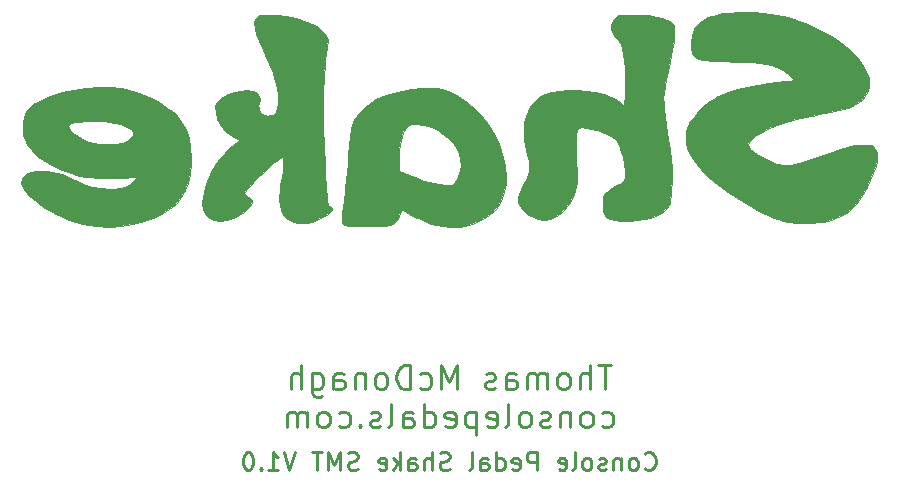
<source format=gbr>
G04 #@! TF.GenerationSoftware,KiCad,Pcbnew,(5.1.7)-1*
G04 #@! TF.CreationDate,2021-08-29T20:02:24-05:00*
G04 #@! TF.ProjectId,ConsolePedalShakeSMT,436f6e73-6f6c-4655-9065-64616c536861,rev?*
G04 #@! TF.SameCoordinates,Original*
G04 #@! TF.FileFunction,Legend,Bot*
G04 #@! TF.FilePolarity,Positive*
%FSLAX46Y46*%
G04 Gerber Fmt 4.6, Leading zero omitted, Abs format (unit mm)*
G04 Created by KiCad (PCBNEW (5.1.7)-1) date 2021-08-29 20:02:24*
%MOMM*%
%LPD*%
G01*
G04 APERTURE LIST*
%ADD10C,0.250000*%
%ADD11C,0.010000*%
G04 APERTURE END LIST*
D10*
X149250714Y-121820714D02*
X149322142Y-121892142D01*
X149536428Y-121963571D01*
X149679285Y-121963571D01*
X149893571Y-121892142D01*
X150036428Y-121749285D01*
X150107857Y-121606428D01*
X150179285Y-121320714D01*
X150179285Y-121106428D01*
X150107857Y-120820714D01*
X150036428Y-120677857D01*
X149893571Y-120535000D01*
X149679285Y-120463571D01*
X149536428Y-120463571D01*
X149322142Y-120535000D01*
X149250714Y-120606428D01*
X148393571Y-121963571D02*
X148536428Y-121892142D01*
X148607857Y-121820714D01*
X148679285Y-121677857D01*
X148679285Y-121249285D01*
X148607857Y-121106428D01*
X148536428Y-121035000D01*
X148393571Y-120963571D01*
X148179285Y-120963571D01*
X148036428Y-121035000D01*
X147965000Y-121106428D01*
X147893571Y-121249285D01*
X147893571Y-121677857D01*
X147965000Y-121820714D01*
X148036428Y-121892142D01*
X148179285Y-121963571D01*
X148393571Y-121963571D01*
X147250714Y-120963571D02*
X147250714Y-121963571D01*
X147250714Y-121106428D02*
X147179285Y-121035000D01*
X147036428Y-120963571D01*
X146822142Y-120963571D01*
X146679285Y-121035000D01*
X146607857Y-121177857D01*
X146607857Y-121963571D01*
X145965000Y-121892142D02*
X145822142Y-121963571D01*
X145536428Y-121963571D01*
X145393571Y-121892142D01*
X145322142Y-121749285D01*
X145322142Y-121677857D01*
X145393571Y-121535000D01*
X145536428Y-121463571D01*
X145750714Y-121463571D01*
X145893571Y-121392142D01*
X145965000Y-121249285D01*
X145965000Y-121177857D01*
X145893571Y-121035000D01*
X145750714Y-120963571D01*
X145536428Y-120963571D01*
X145393571Y-121035000D01*
X144465000Y-121963571D02*
X144607857Y-121892142D01*
X144679285Y-121820714D01*
X144750714Y-121677857D01*
X144750714Y-121249285D01*
X144679285Y-121106428D01*
X144607857Y-121035000D01*
X144465000Y-120963571D01*
X144250714Y-120963571D01*
X144107857Y-121035000D01*
X144036428Y-121106428D01*
X143965000Y-121249285D01*
X143965000Y-121677857D01*
X144036428Y-121820714D01*
X144107857Y-121892142D01*
X144250714Y-121963571D01*
X144465000Y-121963571D01*
X143107857Y-121963571D02*
X143250714Y-121892142D01*
X143322142Y-121749285D01*
X143322142Y-120463571D01*
X141965000Y-121892142D02*
X142107857Y-121963571D01*
X142393571Y-121963571D01*
X142536428Y-121892142D01*
X142607857Y-121749285D01*
X142607857Y-121177857D01*
X142536428Y-121035000D01*
X142393571Y-120963571D01*
X142107857Y-120963571D01*
X141965000Y-121035000D01*
X141893571Y-121177857D01*
X141893571Y-121320714D01*
X142607857Y-121463571D01*
X140107857Y-121963571D02*
X140107857Y-120463571D01*
X139536428Y-120463571D01*
X139393571Y-120535000D01*
X139322142Y-120606428D01*
X139250714Y-120749285D01*
X139250714Y-120963571D01*
X139322142Y-121106428D01*
X139393571Y-121177857D01*
X139536428Y-121249285D01*
X140107857Y-121249285D01*
X138036428Y-121892142D02*
X138179285Y-121963571D01*
X138465000Y-121963571D01*
X138607857Y-121892142D01*
X138679285Y-121749285D01*
X138679285Y-121177857D01*
X138607857Y-121035000D01*
X138465000Y-120963571D01*
X138179285Y-120963571D01*
X138036428Y-121035000D01*
X137965000Y-121177857D01*
X137965000Y-121320714D01*
X138679285Y-121463571D01*
X136679285Y-121963571D02*
X136679285Y-120463571D01*
X136679285Y-121892142D02*
X136822142Y-121963571D01*
X137107857Y-121963571D01*
X137250714Y-121892142D01*
X137322142Y-121820714D01*
X137393571Y-121677857D01*
X137393571Y-121249285D01*
X137322142Y-121106428D01*
X137250714Y-121035000D01*
X137107857Y-120963571D01*
X136822142Y-120963571D01*
X136679285Y-121035000D01*
X135322142Y-121963571D02*
X135322142Y-121177857D01*
X135393571Y-121035000D01*
X135536428Y-120963571D01*
X135822142Y-120963571D01*
X135965000Y-121035000D01*
X135322142Y-121892142D02*
X135465000Y-121963571D01*
X135822142Y-121963571D01*
X135965000Y-121892142D01*
X136036428Y-121749285D01*
X136036428Y-121606428D01*
X135965000Y-121463571D01*
X135822142Y-121392142D01*
X135465000Y-121392142D01*
X135322142Y-121320714D01*
X134393571Y-121963571D02*
X134536428Y-121892142D01*
X134607857Y-121749285D01*
X134607857Y-120463571D01*
X132750714Y-121892142D02*
X132536428Y-121963571D01*
X132179285Y-121963571D01*
X132036428Y-121892142D01*
X131965000Y-121820714D01*
X131893571Y-121677857D01*
X131893571Y-121535000D01*
X131965000Y-121392142D01*
X132036428Y-121320714D01*
X132179285Y-121249285D01*
X132465000Y-121177857D01*
X132607857Y-121106428D01*
X132679285Y-121035000D01*
X132750714Y-120892142D01*
X132750714Y-120749285D01*
X132679285Y-120606428D01*
X132607857Y-120535000D01*
X132465000Y-120463571D01*
X132107857Y-120463571D01*
X131893571Y-120535000D01*
X131250714Y-121963571D02*
X131250714Y-120463571D01*
X130607857Y-121963571D02*
X130607857Y-121177857D01*
X130679285Y-121035000D01*
X130822142Y-120963571D01*
X131036428Y-120963571D01*
X131179285Y-121035000D01*
X131250714Y-121106428D01*
X129250714Y-121963571D02*
X129250714Y-121177857D01*
X129322142Y-121035000D01*
X129465000Y-120963571D01*
X129750714Y-120963571D01*
X129893571Y-121035000D01*
X129250714Y-121892142D02*
X129393571Y-121963571D01*
X129750714Y-121963571D01*
X129893571Y-121892142D01*
X129965000Y-121749285D01*
X129965000Y-121606428D01*
X129893571Y-121463571D01*
X129750714Y-121392142D01*
X129393571Y-121392142D01*
X129250714Y-121320714D01*
X128536428Y-121963571D02*
X128536428Y-120463571D01*
X128393571Y-121392142D02*
X127965000Y-121963571D01*
X127965000Y-120963571D02*
X128536428Y-121535000D01*
X126750714Y-121892142D02*
X126893571Y-121963571D01*
X127179285Y-121963571D01*
X127322142Y-121892142D01*
X127393571Y-121749285D01*
X127393571Y-121177857D01*
X127322142Y-121035000D01*
X127179285Y-120963571D01*
X126893571Y-120963571D01*
X126750714Y-121035000D01*
X126679285Y-121177857D01*
X126679285Y-121320714D01*
X127393571Y-121463571D01*
X124965000Y-121892142D02*
X124750714Y-121963571D01*
X124393571Y-121963571D01*
X124250714Y-121892142D01*
X124179285Y-121820714D01*
X124107857Y-121677857D01*
X124107857Y-121535000D01*
X124179285Y-121392142D01*
X124250714Y-121320714D01*
X124393571Y-121249285D01*
X124679285Y-121177857D01*
X124822142Y-121106428D01*
X124893571Y-121035000D01*
X124965000Y-120892142D01*
X124965000Y-120749285D01*
X124893571Y-120606428D01*
X124822142Y-120535000D01*
X124679285Y-120463571D01*
X124322142Y-120463571D01*
X124107857Y-120535000D01*
X123465000Y-121963571D02*
X123465000Y-120463571D01*
X122965000Y-121535000D01*
X122465000Y-120463571D01*
X122465000Y-121963571D01*
X121965000Y-120463571D02*
X121107857Y-120463571D01*
X121536428Y-121963571D02*
X121536428Y-120463571D01*
X119679285Y-120463571D02*
X119179285Y-121963571D01*
X118679285Y-120463571D01*
X117393571Y-121963571D02*
X118250714Y-121963571D01*
X117822142Y-121963571D02*
X117822142Y-120463571D01*
X117965000Y-120677857D01*
X118107857Y-120820714D01*
X118250714Y-120892142D01*
X116750714Y-121820714D02*
X116679285Y-121892142D01*
X116750714Y-121963571D01*
X116822142Y-121892142D01*
X116750714Y-121820714D01*
X116750714Y-121963571D01*
X115750714Y-120463571D02*
X115607857Y-120463571D01*
X115465000Y-120535000D01*
X115393571Y-120606428D01*
X115322142Y-120749285D01*
X115250714Y-121035000D01*
X115250714Y-121392142D01*
X115322142Y-121677857D01*
X115393571Y-121820714D01*
X115465000Y-121892142D01*
X115607857Y-121963571D01*
X115750714Y-121963571D01*
X115893571Y-121892142D01*
X115965000Y-121820714D01*
X116036428Y-121677857D01*
X116107857Y-121392142D01*
X116107857Y-121035000D01*
X116036428Y-120749285D01*
X115965000Y-120606428D01*
X115893571Y-120535000D01*
X115750714Y-120463571D01*
X146429285Y-113103761D02*
X145286428Y-113103761D01*
X145857857Y-115103761D02*
X145857857Y-113103761D01*
X144619761Y-115103761D02*
X144619761Y-113103761D01*
X143762619Y-115103761D02*
X143762619Y-114056142D01*
X143857857Y-113865666D01*
X144048333Y-113770428D01*
X144334047Y-113770428D01*
X144524523Y-113865666D01*
X144619761Y-113960904D01*
X142524523Y-115103761D02*
X142715000Y-115008523D01*
X142810238Y-114913285D01*
X142905476Y-114722809D01*
X142905476Y-114151380D01*
X142810238Y-113960904D01*
X142715000Y-113865666D01*
X142524523Y-113770428D01*
X142238809Y-113770428D01*
X142048333Y-113865666D01*
X141953095Y-113960904D01*
X141857857Y-114151380D01*
X141857857Y-114722809D01*
X141953095Y-114913285D01*
X142048333Y-115008523D01*
X142238809Y-115103761D01*
X142524523Y-115103761D01*
X141000714Y-115103761D02*
X141000714Y-113770428D01*
X141000714Y-113960904D02*
X140905476Y-113865666D01*
X140715000Y-113770428D01*
X140429285Y-113770428D01*
X140238809Y-113865666D01*
X140143571Y-114056142D01*
X140143571Y-115103761D01*
X140143571Y-114056142D02*
X140048333Y-113865666D01*
X139857857Y-113770428D01*
X139572142Y-113770428D01*
X139381666Y-113865666D01*
X139286428Y-114056142D01*
X139286428Y-115103761D01*
X137476904Y-115103761D02*
X137476904Y-114056142D01*
X137572142Y-113865666D01*
X137762619Y-113770428D01*
X138143571Y-113770428D01*
X138334047Y-113865666D01*
X137476904Y-115008523D02*
X137667380Y-115103761D01*
X138143571Y-115103761D01*
X138334047Y-115008523D01*
X138429285Y-114818047D01*
X138429285Y-114627571D01*
X138334047Y-114437095D01*
X138143571Y-114341857D01*
X137667380Y-114341857D01*
X137476904Y-114246619D01*
X136619761Y-115008523D02*
X136429285Y-115103761D01*
X136048333Y-115103761D01*
X135857857Y-115008523D01*
X135762619Y-114818047D01*
X135762619Y-114722809D01*
X135857857Y-114532333D01*
X136048333Y-114437095D01*
X136334047Y-114437095D01*
X136524523Y-114341857D01*
X136619761Y-114151380D01*
X136619761Y-114056142D01*
X136524523Y-113865666D01*
X136334047Y-113770428D01*
X136048333Y-113770428D01*
X135857857Y-113865666D01*
X133381666Y-115103761D02*
X133381666Y-113103761D01*
X132715000Y-114532333D01*
X132048333Y-113103761D01*
X132048333Y-115103761D01*
X130238809Y-115008523D02*
X130429285Y-115103761D01*
X130810238Y-115103761D01*
X131000714Y-115008523D01*
X131095952Y-114913285D01*
X131191190Y-114722809D01*
X131191190Y-114151380D01*
X131095952Y-113960904D01*
X131000714Y-113865666D01*
X130810238Y-113770428D01*
X130429285Y-113770428D01*
X130238809Y-113865666D01*
X129381666Y-115103761D02*
X129381666Y-113103761D01*
X128905476Y-113103761D01*
X128619761Y-113199000D01*
X128429285Y-113389476D01*
X128334047Y-113579952D01*
X128238809Y-113960904D01*
X128238809Y-114246619D01*
X128334047Y-114627571D01*
X128429285Y-114818047D01*
X128619761Y-115008523D01*
X128905476Y-115103761D01*
X129381666Y-115103761D01*
X127095952Y-115103761D02*
X127286428Y-115008523D01*
X127381666Y-114913285D01*
X127476904Y-114722809D01*
X127476904Y-114151380D01*
X127381666Y-113960904D01*
X127286428Y-113865666D01*
X127095952Y-113770428D01*
X126810238Y-113770428D01*
X126619761Y-113865666D01*
X126524523Y-113960904D01*
X126429285Y-114151380D01*
X126429285Y-114722809D01*
X126524523Y-114913285D01*
X126619761Y-115008523D01*
X126810238Y-115103761D01*
X127095952Y-115103761D01*
X125572142Y-113770428D02*
X125572142Y-115103761D01*
X125572142Y-113960904D02*
X125476904Y-113865666D01*
X125286428Y-113770428D01*
X125000714Y-113770428D01*
X124810238Y-113865666D01*
X124715000Y-114056142D01*
X124715000Y-115103761D01*
X122905476Y-115103761D02*
X122905476Y-114056142D01*
X123000714Y-113865666D01*
X123191190Y-113770428D01*
X123572142Y-113770428D01*
X123762619Y-113865666D01*
X122905476Y-115008523D02*
X123095952Y-115103761D01*
X123572142Y-115103761D01*
X123762619Y-115008523D01*
X123857857Y-114818047D01*
X123857857Y-114627571D01*
X123762619Y-114437095D01*
X123572142Y-114341857D01*
X123095952Y-114341857D01*
X122905476Y-114246619D01*
X121095952Y-113770428D02*
X121095952Y-115389476D01*
X121191190Y-115579952D01*
X121286428Y-115675190D01*
X121476904Y-115770428D01*
X121762619Y-115770428D01*
X121953095Y-115675190D01*
X121095952Y-115008523D02*
X121286428Y-115103761D01*
X121667380Y-115103761D01*
X121857857Y-115008523D01*
X121953095Y-114913285D01*
X122048333Y-114722809D01*
X122048333Y-114151380D01*
X121953095Y-113960904D01*
X121857857Y-113865666D01*
X121667380Y-113770428D01*
X121286428Y-113770428D01*
X121095952Y-113865666D01*
X120143571Y-115103761D02*
X120143571Y-113103761D01*
X119286428Y-115103761D02*
X119286428Y-114056142D01*
X119381666Y-113865666D01*
X119572142Y-113770428D01*
X119857857Y-113770428D01*
X120048333Y-113865666D01*
X120143571Y-113960904D01*
X145619761Y-118258523D02*
X145810238Y-118353761D01*
X146191190Y-118353761D01*
X146381666Y-118258523D01*
X146476904Y-118163285D01*
X146572142Y-117972809D01*
X146572142Y-117401380D01*
X146476904Y-117210904D01*
X146381666Y-117115666D01*
X146191190Y-117020428D01*
X145810238Y-117020428D01*
X145619761Y-117115666D01*
X144476904Y-118353761D02*
X144667380Y-118258523D01*
X144762619Y-118163285D01*
X144857857Y-117972809D01*
X144857857Y-117401380D01*
X144762619Y-117210904D01*
X144667380Y-117115666D01*
X144476904Y-117020428D01*
X144191190Y-117020428D01*
X144000714Y-117115666D01*
X143905476Y-117210904D01*
X143810238Y-117401380D01*
X143810238Y-117972809D01*
X143905476Y-118163285D01*
X144000714Y-118258523D01*
X144191190Y-118353761D01*
X144476904Y-118353761D01*
X142953095Y-117020428D02*
X142953095Y-118353761D01*
X142953095Y-117210904D02*
X142857857Y-117115666D01*
X142667380Y-117020428D01*
X142381666Y-117020428D01*
X142191190Y-117115666D01*
X142095952Y-117306142D01*
X142095952Y-118353761D01*
X141238809Y-118258523D02*
X141048333Y-118353761D01*
X140667380Y-118353761D01*
X140476904Y-118258523D01*
X140381666Y-118068047D01*
X140381666Y-117972809D01*
X140476904Y-117782333D01*
X140667380Y-117687095D01*
X140953095Y-117687095D01*
X141143571Y-117591857D01*
X141238809Y-117401380D01*
X141238809Y-117306142D01*
X141143571Y-117115666D01*
X140953095Y-117020428D01*
X140667380Y-117020428D01*
X140476904Y-117115666D01*
X139238809Y-118353761D02*
X139429285Y-118258523D01*
X139524523Y-118163285D01*
X139619761Y-117972809D01*
X139619761Y-117401380D01*
X139524523Y-117210904D01*
X139429285Y-117115666D01*
X139238809Y-117020428D01*
X138953095Y-117020428D01*
X138762619Y-117115666D01*
X138667380Y-117210904D01*
X138572142Y-117401380D01*
X138572142Y-117972809D01*
X138667380Y-118163285D01*
X138762619Y-118258523D01*
X138953095Y-118353761D01*
X139238809Y-118353761D01*
X137429285Y-118353761D02*
X137619761Y-118258523D01*
X137715000Y-118068047D01*
X137715000Y-116353761D01*
X135905476Y-118258523D02*
X136095952Y-118353761D01*
X136476904Y-118353761D01*
X136667380Y-118258523D01*
X136762619Y-118068047D01*
X136762619Y-117306142D01*
X136667380Y-117115666D01*
X136476904Y-117020428D01*
X136095952Y-117020428D01*
X135905476Y-117115666D01*
X135810238Y-117306142D01*
X135810238Y-117496619D01*
X136762619Y-117687095D01*
X134953095Y-117020428D02*
X134953095Y-119020428D01*
X134953095Y-117115666D02*
X134762619Y-117020428D01*
X134381666Y-117020428D01*
X134191190Y-117115666D01*
X134095952Y-117210904D01*
X134000714Y-117401380D01*
X134000714Y-117972809D01*
X134095952Y-118163285D01*
X134191190Y-118258523D01*
X134381666Y-118353761D01*
X134762619Y-118353761D01*
X134953095Y-118258523D01*
X132381666Y-118258523D02*
X132572142Y-118353761D01*
X132953095Y-118353761D01*
X133143571Y-118258523D01*
X133238809Y-118068047D01*
X133238809Y-117306142D01*
X133143571Y-117115666D01*
X132953095Y-117020428D01*
X132572142Y-117020428D01*
X132381666Y-117115666D01*
X132286428Y-117306142D01*
X132286428Y-117496619D01*
X133238809Y-117687095D01*
X130572142Y-118353761D02*
X130572142Y-116353761D01*
X130572142Y-118258523D02*
X130762619Y-118353761D01*
X131143571Y-118353761D01*
X131334047Y-118258523D01*
X131429285Y-118163285D01*
X131524523Y-117972809D01*
X131524523Y-117401380D01*
X131429285Y-117210904D01*
X131334047Y-117115666D01*
X131143571Y-117020428D01*
X130762619Y-117020428D01*
X130572142Y-117115666D01*
X128762619Y-118353761D02*
X128762619Y-117306142D01*
X128857857Y-117115666D01*
X129048333Y-117020428D01*
X129429285Y-117020428D01*
X129619761Y-117115666D01*
X128762619Y-118258523D02*
X128953095Y-118353761D01*
X129429285Y-118353761D01*
X129619761Y-118258523D01*
X129715000Y-118068047D01*
X129715000Y-117877571D01*
X129619761Y-117687095D01*
X129429285Y-117591857D01*
X128953095Y-117591857D01*
X128762619Y-117496619D01*
X127524523Y-118353761D02*
X127715000Y-118258523D01*
X127810238Y-118068047D01*
X127810238Y-116353761D01*
X126857857Y-118258523D02*
X126667380Y-118353761D01*
X126286428Y-118353761D01*
X126095952Y-118258523D01*
X126000714Y-118068047D01*
X126000714Y-117972809D01*
X126095952Y-117782333D01*
X126286428Y-117687095D01*
X126572142Y-117687095D01*
X126762619Y-117591857D01*
X126857857Y-117401380D01*
X126857857Y-117306142D01*
X126762619Y-117115666D01*
X126572142Y-117020428D01*
X126286428Y-117020428D01*
X126095952Y-117115666D01*
X125143571Y-118163285D02*
X125048333Y-118258523D01*
X125143571Y-118353761D01*
X125238809Y-118258523D01*
X125143571Y-118163285D01*
X125143571Y-118353761D01*
X123334047Y-118258523D02*
X123524523Y-118353761D01*
X123905476Y-118353761D01*
X124095952Y-118258523D01*
X124191190Y-118163285D01*
X124286428Y-117972809D01*
X124286428Y-117401380D01*
X124191190Y-117210904D01*
X124095952Y-117115666D01*
X123905476Y-117020428D01*
X123524523Y-117020428D01*
X123334047Y-117115666D01*
X122191190Y-118353761D02*
X122381666Y-118258523D01*
X122476904Y-118163285D01*
X122572142Y-117972809D01*
X122572142Y-117401380D01*
X122476904Y-117210904D01*
X122381666Y-117115666D01*
X122191190Y-117020428D01*
X121905476Y-117020428D01*
X121715000Y-117115666D01*
X121619761Y-117210904D01*
X121524523Y-117401380D01*
X121524523Y-117972809D01*
X121619761Y-118163285D01*
X121715000Y-118258523D01*
X121905476Y-118353761D01*
X122191190Y-118353761D01*
X120667380Y-118353761D02*
X120667380Y-117020428D01*
X120667380Y-117210904D02*
X120572142Y-117115666D01*
X120381666Y-117020428D01*
X120095952Y-117020428D01*
X119905476Y-117115666D01*
X119810238Y-117306142D01*
X119810238Y-118353761D01*
X119810238Y-117306142D02*
X119715000Y-117115666D01*
X119524523Y-117020428D01*
X119238809Y-117020428D01*
X119048333Y-117115666D01*
X118953095Y-117306142D01*
X118953095Y-118353761D01*
D11*
G04 #@! TO.C,G\u002A\u002A\u002A*
G36*
X130303915Y-89614350D02*
G01*
X129515370Y-89705582D01*
X129496853Y-89708157D01*
X128360175Y-89915644D01*
X127368881Y-90201734D01*
X126517194Y-90568707D01*
X125799338Y-91018845D01*
X125458846Y-91303276D01*
X125138060Y-91625185D01*
X124877679Y-91951961D01*
X124670337Y-92306854D01*
X124508670Y-92713114D01*
X124385312Y-93193994D01*
X124292898Y-93772743D01*
X124224064Y-94472612D01*
X124171444Y-95316852D01*
X124168423Y-95377000D01*
X124127892Y-96022026D01*
X124068751Y-96740470D01*
X123997507Y-97463658D01*
X123920668Y-98122915D01*
X123879598Y-98425000D01*
X123772517Y-99166743D01*
X123691161Y-99758889D01*
X123637078Y-100219437D01*
X123611813Y-100566388D01*
X123616915Y-100817743D01*
X123653930Y-100991501D01*
X123724405Y-101105664D01*
X123829889Y-101178231D01*
X123971926Y-101227204D01*
X124123601Y-101263967D01*
X124377005Y-101299173D01*
X124758310Y-101323279D01*
X125226446Y-101336270D01*
X125740346Y-101338132D01*
X126258938Y-101328850D01*
X126741155Y-101308408D01*
X127145927Y-101276791D01*
X127246202Y-101265113D01*
X127694505Y-101178498D01*
X128014862Y-101035888D01*
X128246185Y-100810141D01*
X128427385Y-100474117D01*
X128446485Y-100427877D01*
X128552663Y-100177859D01*
X128638988Y-99997019D01*
X128674444Y-99939668D01*
X128770127Y-99948557D01*
X128937031Y-100037885D01*
X128963625Y-100056137D01*
X129307346Y-100267762D01*
X129764438Y-100504862D01*
X130285978Y-100744591D01*
X130823044Y-100964107D01*
X131193263Y-101097279D01*
X132062487Y-101315405D01*
X132943088Y-101399249D01*
X133731000Y-101351588D01*
X134633639Y-101151250D01*
X135424782Y-100831939D01*
X136098783Y-100398705D01*
X136649994Y-99856596D01*
X137072769Y-99210660D01*
X137361461Y-98465946D01*
X137460897Y-98016947D01*
X137509337Y-97639666D01*
X137519144Y-97266329D01*
X137490336Y-96829479D01*
X137461283Y-96564693D01*
X137401259Y-96246629D01*
X133661790Y-96246629D01*
X133515668Y-96931966D01*
X133361912Y-97322102D01*
X133230813Y-97584169D01*
X133117072Y-97727519D01*
X132980074Y-97792533D01*
X132870559Y-97810654D01*
X132619720Y-97827333D01*
X132418667Y-97821687D01*
X132239520Y-97800046D01*
X131967260Y-97768253D01*
X131791023Y-97748035D01*
X131390274Y-97675879D01*
X130887154Y-97545842D01*
X130331701Y-97373829D01*
X129773957Y-97175745D01*
X129263959Y-96967497D01*
X129102246Y-96893370D01*
X128495158Y-96604792D01*
X128437817Y-96069351D01*
X128414673Y-95521721D01*
X128450337Y-94936096D01*
X128536838Y-94351840D01*
X128666203Y-93808317D01*
X128830461Y-93344892D01*
X129021639Y-93000931D01*
X129071707Y-92939335D01*
X129207701Y-92798808D01*
X129336166Y-92717772D01*
X129508598Y-92680159D01*
X129776495Y-92669901D01*
X129935222Y-92669903D01*
X130563274Y-92721964D01*
X131145442Y-92884526D01*
X131734778Y-93174385D01*
X131951322Y-93308220D01*
X132612151Y-93811614D01*
X133115634Y-94362908D01*
X133459750Y-94956345D01*
X133642476Y-95586170D01*
X133661790Y-96246629D01*
X137401259Y-96246629D01*
X137252834Y-95460141D01*
X136902721Y-94394364D01*
X136423489Y-93386104D01*
X135827683Y-92454103D01*
X135127849Y-91617102D01*
X134336530Y-90893842D01*
X133466274Y-90303064D01*
X133159453Y-90138132D01*
X132609215Y-89888149D01*
X132085768Y-89715150D01*
X131551887Y-89614764D01*
X130970345Y-89582621D01*
X130303915Y-89614350D01*
G37*
X130303915Y-89614350D02*
X129515370Y-89705582D01*
X129496853Y-89708157D01*
X128360175Y-89915644D01*
X127368881Y-90201734D01*
X126517194Y-90568707D01*
X125799338Y-91018845D01*
X125458846Y-91303276D01*
X125138060Y-91625185D01*
X124877679Y-91951961D01*
X124670337Y-92306854D01*
X124508670Y-92713114D01*
X124385312Y-93193994D01*
X124292898Y-93772743D01*
X124224064Y-94472612D01*
X124171444Y-95316852D01*
X124168423Y-95377000D01*
X124127892Y-96022026D01*
X124068751Y-96740470D01*
X123997507Y-97463658D01*
X123920668Y-98122915D01*
X123879598Y-98425000D01*
X123772517Y-99166743D01*
X123691161Y-99758889D01*
X123637078Y-100219437D01*
X123611813Y-100566388D01*
X123616915Y-100817743D01*
X123653930Y-100991501D01*
X123724405Y-101105664D01*
X123829889Y-101178231D01*
X123971926Y-101227204D01*
X124123601Y-101263967D01*
X124377005Y-101299173D01*
X124758310Y-101323279D01*
X125226446Y-101336270D01*
X125740346Y-101338132D01*
X126258938Y-101328850D01*
X126741155Y-101308408D01*
X127145927Y-101276791D01*
X127246202Y-101265113D01*
X127694505Y-101178498D01*
X128014862Y-101035888D01*
X128246185Y-100810141D01*
X128427385Y-100474117D01*
X128446485Y-100427877D01*
X128552663Y-100177859D01*
X128638988Y-99997019D01*
X128674444Y-99939668D01*
X128770127Y-99948557D01*
X128937031Y-100037885D01*
X128963625Y-100056137D01*
X129307346Y-100267762D01*
X129764438Y-100504862D01*
X130285978Y-100744591D01*
X130823044Y-100964107D01*
X131193263Y-101097279D01*
X132062487Y-101315405D01*
X132943088Y-101399249D01*
X133731000Y-101351588D01*
X134633639Y-101151250D01*
X135424782Y-100831939D01*
X136098783Y-100398705D01*
X136649994Y-99856596D01*
X137072769Y-99210660D01*
X137361461Y-98465946D01*
X137460897Y-98016947D01*
X137509337Y-97639666D01*
X137519144Y-97266329D01*
X137490336Y-96829479D01*
X137461283Y-96564693D01*
X137401259Y-96246629D01*
X133661790Y-96246629D01*
X133515668Y-96931966D01*
X133361912Y-97322102D01*
X133230813Y-97584169D01*
X133117072Y-97727519D01*
X132980074Y-97792533D01*
X132870559Y-97810654D01*
X132619720Y-97827333D01*
X132418667Y-97821687D01*
X132239520Y-97800046D01*
X131967260Y-97768253D01*
X131791023Y-97748035D01*
X131390274Y-97675879D01*
X130887154Y-97545842D01*
X130331701Y-97373829D01*
X129773957Y-97175745D01*
X129263959Y-96967497D01*
X129102246Y-96893370D01*
X128495158Y-96604792D01*
X128437817Y-96069351D01*
X128414673Y-95521721D01*
X128450337Y-94936096D01*
X128536838Y-94351840D01*
X128666203Y-93808317D01*
X128830461Y-93344892D01*
X129021639Y-93000931D01*
X129071707Y-92939335D01*
X129207701Y-92798808D01*
X129336166Y-92717772D01*
X129508598Y-92680159D01*
X129776495Y-92669901D01*
X129935222Y-92669903D01*
X130563274Y-92721964D01*
X131145442Y-92884526D01*
X131734778Y-93174385D01*
X131951322Y-93308220D01*
X132612151Y-93811614D01*
X133115634Y-94362908D01*
X133459750Y-94956345D01*
X133642476Y-95586170D01*
X133661790Y-96246629D01*
X137401259Y-96246629D01*
X137252834Y-95460141D01*
X136902721Y-94394364D01*
X136423489Y-93386104D01*
X135827683Y-92454103D01*
X135127849Y-91617102D01*
X134336530Y-90893842D01*
X133466274Y-90303064D01*
X133159453Y-90138132D01*
X132609215Y-89888149D01*
X132085768Y-89715150D01*
X131551887Y-89614764D01*
X130970345Y-89582621D01*
X130303915Y-89614350D01*
G36*
X101984856Y-89583091D02*
G01*
X100928519Y-89750418D01*
X99897279Y-89996871D01*
X98927542Y-90315642D01*
X98055718Y-90699924D01*
X97508495Y-91013720D01*
X97119106Y-91312694D01*
X96851772Y-91643605D01*
X96689326Y-92041891D01*
X96614598Y-92542990D01*
X96604667Y-92879333D01*
X96612834Y-93267459D01*
X96646939Y-93556052D01*
X96721387Y-93814520D01*
X96850583Y-94112270D01*
X96868244Y-94149333D01*
X97055936Y-94487623D01*
X97279708Y-94815399D01*
X97460910Y-95029167D01*
X97924418Y-95423914D01*
X98516827Y-95821882D01*
X99199261Y-96203406D01*
X99932842Y-96548816D01*
X100678693Y-96838446D01*
X101397936Y-97052628D01*
X101515333Y-97080248D01*
X101863081Y-97135960D01*
X102341380Y-97181109D01*
X102911725Y-97214829D01*
X103535611Y-97236256D01*
X104174533Y-97244523D01*
X104789987Y-97238763D01*
X105343468Y-97218113D01*
X105796471Y-97181705D01*
X105833333Y-97177340D01*
X106341333Y-97115013D01*
X105909693Y-97519919D01*
X105578008Y-97792410D01*
X105238874Y-97976922D01*
X104849297Y-98087286D01*
X104366286Y-98137332D01*
X103969654Y-98144008D01*
X103195588Y-98098993D01*
X102465321Y-97964033D01*
X101725786Y-97725988D01*
X100999752Y-97408575D01*
X100398249Y-97129266D01*
X99899377Y-96926676D01*
X99461126Y-96789470D01*
X99041489Y-96706313D01*
X98598457Y-96665868D01*
X98213333Y-96656694D01*
X97703711Y-96670452D01*
X97320504Y-96724065D01*
X97023115Y-96829431D01*
X96770950Y-96998451D01*
X96642497Y-97117169D01*
X96495362Y-97374498D01*
X96489798Y-97692670D01*
X96618282Y-98052257D01*
X96873289Y-98433827D01*
X97247294Y-98817953D01*
X97327874Y-98886868D01*
X98353965Y-99652692D01*
X99427880Y-100287455D01*
X100532558Y-100784964D01*
X101650939Y-101139026D01*
X102765959Y-101343446D01*
X103860559Y-101392030D01*
X104182333Y-101375297D01*
X105439423Y-101226507D01*
X106583988Y-100979260D01*
X107608709Y-100636283D01*
X108506266Y-100200303D01*
X109269340Y-99674046D01*
X109630131Y-99346029D01*
X110037272Y-98857794D01*
X110352241Y-98297342D01*
X110580892Y-97645875D01*
X110729076Y-96884593D01*
X110802645Y-95994698D01*
X110812975Y-95546333D01*
X110778370Y-94635533D01*
X110656318Y-93846482D01*
X110498061Y-93334962D01*
X105946702Y-93334962D01*
X105916014Y-93598067D01*
X105743254Y-93855626D01*
X105454642Y-94083374D01*
X105076402Y-94257046D01*
X104894440Y-94308658D01*
X104508396Y-94365476D01*
X104020189Y-94389365D01*
X103493572Y-94381234D01*
X102992300Y-94341992D01*
X102593964Y-94275862D01*
X102207996Y-94161595D01*
X101794234Y-94004427D01*
X101572885Y-93903015D01*
X101265551Y-93717615D01*
X100965912Y-93485890D01*
X100708355Y-93240664D01*
X100527268Y-93014762D01*
X100457038Y-92841004D01*
X100457000Y-92837892D01*
X100527433Y-92726603D01*
X100703378Y-92601371D01*
X100774500Y-92565234D01*
X101007202Y-92502599D01*
X101372640Y-92457713D01*
X101835152Y-92430521D01*
X102359078Y-92420971D01*
X102908760Y-92429010D01*
X103448536Y-92454585D01*
X103942746Y-92497643D01*
X104355731Y-92558131D01*
X104417674Y-92570650D01*
X104839695Y-92684082D01*
X105237610Y-92832880D01*
X105577020Y-92999847D01*
X105823531Y-93167792D01*
X105942745Y-93319520D01*
X105946702Y-93334962D01*
X110498061Y-93334962D01*
X110441762Y-93152995D01*
X110283714Y-92805213D01*
X109939182Y-92286585D01*
X109448384Y-91773844D01*
X108834208Y-91280616D01*
X108119542Y-90820529D01*
X107327278Y-90407210D01*
X106480302Y-90054287D01*
X105601505Y-89775388D01*
X104940377Y-89623952D01*
X104027192Y-89513050D01*
X103029883Y-89501699D01*
X101984856Y-89583091D01*
G37*
X101984856Y-89583091D02*
X100928519Y-89750418D01*
X99897279Y-89996871D01*
X98927542Y-90315642D01*
X98055718Y-90699924D01*
X97508495Y-91013720D01*
X97119106Y-91312694D01*
X96851772Y-91643605D01*
X96689326Y-92041891D01*
X96614598Y-92542990D01*
X96604667Y-92879333D01*
X96612834Y-93267459D01*
X96646939Y-93556052D01*
X96721387Y-93814520D01*
X96850583Y-94112270D01*
X96868244Y-94149333D01*
X97055936Y-94487623D01*
X97279708Y-94815399D01*
X97460910Y-95029167D01*
X97924418Y-95423914D01*
X98516827Y-95821882D01*
X99199261Y-96203406D01*
X99932842Y-96548816D01*
X100678693Y-96838446D01*
X101397936Y-97052628D01*
X101515333Y-97080248D01*
X101863081Y-97135960D01*
X102341380Y-97181109D01*
X102911725Y-97214829D01*
X103535611Y-97236256D01*
X104174533Y-97244523D01*
X104789987Y-97238763D01*
X105343468Y-97218113D01*
X105796471Y-97181705D01*
X105833333Y-97177340D01*
X106341333Y-97115013D01*
X105909693Y-97519919D01*
X105578008Y-97792410D01*
X105238874Y-97976922D01*
X104849297Y-98087286D01*
X104366286Y-98137332D01*
X103969654Y-98144008D01*
X103195588Y-98098993D01*
X102465321Y-97964033D01*
X101725786Y-97725988D01*
X100999752Y-97408575D01*
X100398249Y-97129266D01*
X99899377Y-96926676D01*
X99461126Y-96789470D01*
X99041489Y-96706313D01*
X98598457Y-96665868D01*
X98213333Y-96656694D01*
X97703711Y-96670452D01*
X97320504Y-96724065D01*
X97023115Y-96829431D01*
X96770950Y-96998451D01*
X96642497Y-97117169D01*
X96495362Y-97374498D01*
X96489798Y-97692670D01*
X96618282Y-98052257D01*
X96873289Y-98433827D01*
X97247294Y-98817953D01*
X97327874Y-98886868D01*
X98353965Y-99652692D01*
X99427880Y-100287455D01*
X100532558Y-100784964D01*
X101650939Y-101139026D01*
X102765959Y-101343446D01*
X103860559Y-101392030D01*
X104182333Y-101375297D01*
X105439423Y-101226507D01*
X106583988Y-100979260D01*
X107608709Y-100636283D01*
X108506266Y-100200303D01*
X109269340Y-99674046D01*
X109630131Y-99346029D01*
X110037272Y-98857794D01*
X110352241Y-98297342D01*
X110580892Y-97645875D01*
X110729076Y-96884593D01*
X110802645Y-95994698D01*
X110812975Y-95546333D01*
X110778370Y-94635533D01*
X110656318Y-93846482D01*
X110498061Y-93334962D01*
X105946702Y-93334962D01*
X105916014Y-93598067D01*
X105743254Y-93855626D01*
X105454642Y-94083374D01*
X105076402Y-94257046D01*
X104894440Y-94308658D01*
X104508396Y-94365476D01*
X104020189Y-94389365D01*
X103493572Y-94381234D01*
X102992300Y-94341992D01*
X102593964Y-94275862D01*
X102207996Y-94161595D01*
X101794234Y-94004427D01*
X101572885Y-93903015D01*
X101265551Y-93717615D01*
X100965912Y-93485890D01*
X100708355Y-93240664D01*
X100527268Y-93014762D01*
X100457038Y-92841004D01*
X100457000Y-92837892D01*
X100527433Y-92726603D01*
X100703378Y-92601371D01*
X100774500Y-92565234D01*
X101007202Y-92502599D01*
X101372640Y-92457713D01*
X101835152Y-92430521D01*
X102359078Y-92420971D01*
X102908760Y-92429010D01*
X103448536Y-92454585D01*
X103942746Y-92497643D01*
X104355731Y-92558131D01*
X104417674Y-92570650D01*
X104839695Y-92684082D01*
X105237610Y-92832880D01*
X105577020Y-92999847D01*
X105823531Y-93167792D01*
X105942745Y-93319520D01*
X105946702Y-93334962D01*
X110498061Y-93334962D01*
X110441762Y-93152995D01*
X110283714Y-92805213D01*
X109939182Y-92286585D01*
X109448384Y-91773844D01*
X108834208Y-91280616D01*
X108119542Y-90820529D01*
X107327278Y-90407210D01*
X106480302Y-90054287D01*
X105601505Y-89775388D01*
X104940377Y-89623952D01*
X104027192Y-89513050D01*
X103029883Y-89501699D01*
X101984856Y-89583091D01*
G36*
X157034157Y-83177940D02*
G01*
X156464000Y-83229060D01*
X155840079Y-83308716D01*
X155345885Y-83397840D01*
X154941815Y-83506595D01*
X154588265Y-83645144D01*
X154327913Y-83777213D01*
X153877963Y-84091396D01*
X153549279Y-84483120D01*
X153317830Y-84984997D01*
X153239156Y-85254848D01*
X153145696Y-85795131D01*
X153149880Y-86265096D01*
X153249434Y-86637905D01*
X153372214Y-86824120D01*
X153513555Y-86956788D01*
X153675587Y-87064169D01*
X153878010Y-87149608D01*
X154140519Y-87216449D01*
X154482812Y-87268037D01*
X154924587Y-87307716D01*
X155485542Y-87338832D01*
X156185374Y-87364729D01*
X156633333Y-87377869D01*
X157569448Y-87409697D01*
X158356411Y-87452007D01*
X159014296Y-87509251D01*
X159563178Y-87585880D01*
X160023130Y-87686346D01*
X160414226Y-87815102D01*
X160756541Y-87976598D01*
X161070149Y-88175288D01*
X161375123Y-88415622D01*
X161396852Y-88434280D01*
X161681169Y-88689381D01*
X161825369Y-88858968D01*
X161822850Y-88960988D01*
X161667014Y-89013386D01*
X161351258Y-89034110D01*
X161174960Y-89037605D01*
X160468313Y-89078943D01*
X159667549Y-89178062D01*
X158813982Y-89325706D01*
X157948929Y-89512617D01*
X157113706Y-89729539D01*
X156349627Y-89967215D01*
X155698010Y-90216387D01*
X155490333Y-90311263D01*
X155094431Y-90513925D01*
X154774225Y-90710819D01*
X154476821Y-90940592D01*
X154149326Y-91241894D01*
X153959126Y-91430078D01*
X153478889Y-91949362D01*
X153130811Y-92419666D01*
X152897762Y-92871933D01*
X152762616Y-93337105D01*
X152718294Y-93671603D01*
X152751962Y-94306645D01*
X152952496Y-94961369D01*
X153318754Y-95634321D01*
X153849593Y-96324048D01*
X154543871Y-97029094D01*
X155400445Y-97748007D01*
X156418172Y-98479332D01*
X156582642Y-98588683D01*
X157502321Y-99181806D01*
X158310571Y-99674861D01*
X159025217Y-100077176D01*
X159664082Y-100398078D01*
X160244992Y-100646895D01*
X160785769Y-100832954D01*
X160972514Y-100885955D01*
X161459021Y-100979373D01*
X162057158Y-101038027D01*
X162712687Y-101061249D01*
X163371371Y-101048373D01*
X163978976Y-100998731D01*
X164409617Y-100928260D01*
X165032536Y-100756820D01*
X165640481Y-100525590D01*
X166185697Y-100255937D01*
X166620429Y-99969229D01*
X166698836Y-99903941D01*
X167025306Y-99562839D01*
X167370633Y-99107943D01*
X167718529Y-98571070D01*
X168052706Y-97984037D01*
X168356877Y-97378661D01*
X168614755Y-96786758D01*
X168810051Y-96240145D01*
X168926479Y-95770640D01*
X168952333Y-95501867D01*
X168906006Y-95139297D01*
X168783232Y-94804777D01*
X168608321Y-94553951D01*
X168503398Y-94474298D01*
X168294276Y-94422767D01*
X167961417Y-94408963D01*
X167545301Y-94429308D01*
X167086411Y-94480224D01*
X166625227Y-94558135D01*
X166202230Y-94659463D01*
X166116000Y-94685266D01*
X165815156Y-94782271D01*
X165394536Y-94921885D01*
X164894137Y-95090626D01*
X164353957Y-95275016D01*
X163861606Y-95445024D01*
X163326764Y-95625377D01*
X162800624Y-95793014D01*
X162321343Y-95936489D01*
X161927082Y-96044356D01*
X161667558Y-96103152D01*
X161333692Y-96157010D01*
X161092763Y-96170514D01*
X160872064Y-96138465D01*
X160598887Y-96055662D01*
X160492952Y-96019144D01*
X159901854Y-95790133D01*
X159356215Y-95535000D01*
X158877179Y-95267412D01*
X158485892Y-95001033D01*
X158203501Y-94749526D01*
X158051149Y-94526558D01*
X158030333Y-94427757D01*
X158111493Y-94174633D01*
X158344708Y-93903049D01*
X158714583Y-93619726D01*
X159205723Y-93331386D01*
X159802733Y-93044748D01*
X160490217Y-92766533D01*
X161252780Y-92503462D01*
X162075027Y-92262257D01*
X162941563Y-92049636D01*
X163836992Y-91872323D01*
X163914667Y-91858971D01*
X164907907Y-91674168D01*
X165742974Y-91482403D01*
X166431006Y-91279596D01*
X166983139Y-91061665D01*
X167410508Y-90824527D01*
X167724252Y-90564103D01*
X167846319Y-90417945D01*
X168131336Y-89894442D01*
X168254661Y-89341715D01*
X168220213Y-88765856D01*
X168031912Y-88172959D01*
X167693675Y-87569115D01*
X167209421Y-86960418D01*
X166583069Y-86352959D01*
X165818537Y-85752832D01*
X164919744Y-85166129D01*
X164211000Y-84765726D01*
X162824051Y-84116735D01*
X161407700Y-83632431D01*
X159967139Y-83313844D01*
X158507561Y-83162004D01*
X157034157Y-83177940D01*
G37*
X157034157Y-83177940D02*
X156464000Y-83229060D01*
X155840079Y-83308716D01*
X155345885Y-83397840D01*
X154941815Y-83506595D01*
X154588265Y-83645144D01*
X154327913Y-83777213D01*
X153877963Y-84091396D01*
X153549279Y-84483120D01*
X153317830Y-84984997D01*
X153239156Y-85254848D01*
X153145696Y-85795131D01*
X153149880Y-86265096D01*
X153249434Y-86637905D01*
X153372214Y-86824120D01*
X153513555Y-86956788D01*
X153675587Y-87064169D01*
X153878010Y-87149608D01*
X154140519Y-87216449D01*
X154482812Y-87268037D01*
X154924587Y-87307716D01*
X155485542Y-87338832D01*
X156185374Y-87364729D01*
X156633333Y-87377869D01*
X157569448Y-87409697D01*
X158356411Y-87452007D01*
X159014296Y-87509251D01*
X159563178Y-87585880D01*
X160023130Y-87686346D01*
X160414226Y-87815102D01*
X160756541Y-87976598D01*
X161070149Y-88175288D01*
X161375123Y-88415622D01*
X161396852Y-88434280D01*
X161681169Y-88689381D01*
X161825369Y-88858968D01*
X161822850Y-88960988D01*
X161667014Y-89013386D01*
X161351258Y-89034110D01*
X161174960Y-89037605D01*
X160468313Y-89078943D01*
X159667549Y-89178062D01*
X158813982Y-89325706D01*
X157948929Y-89512617D01*
X157113706Y-89729539D01*
X156349627Y-89967215D01*
X155698010Y-90216387D01*
X155490333Y-90311263D01*
X155094431Y-90513925D01*
X154774225Y-90710819D01*
X154476821Y-90940592D01*
X154149326Y-91241894D01*
X153959126Y-91430078D01*
X153478889Y-91949362D01*
X153130811Y-92419666D01*
X152897762Y-92871933D01*
X152762616Y-93337105D01*
X152718294Y-93671603D01*
X152751962Y-94306645D01*
X152952496Y-94961369D01*
X153318754Y-95634321D01*
X153849593Y-96324048D01*
X154543871Y-97029094D01*
X155400445Y-97748007D01*
X156418172Y-98479332D01*
X156582642Y-98588683D01*
X157502321Y-99181806D01*
X158310571Y-99674861D01*
X159025217Y-100077176D01*
X159664082Y-100398078D01*
X160244992Y-100646895D01*
X160785769Y-100832954D01*
X160972514Y-100885955D01*
X161459021Y-100979373D01*
X162057158Y-101038027D01*
X162712687Y-101061249D01*
X163371371Y-101048373D01*
X163978976Y-100998731D01*
X164409617Y-100928260D01*
X165032536Y-100756820D01*
X165640481Y-100525590D01*
X166185697Y-100255937D01*
X166620429Y-99969229D01*
X166698836Y-99903941D01*
X167025306Y-99562839D01*
X167370633Y-99107943D01*
X167718529Y-98571070D01*
X168052706Y-97984037D01*
X168356877Y-97378661D01*
X168614755Y-96786758D01*
X168810051Y-96240145D01*
X168926479Y-95770640D01*
X168952333Y-95501867D01*
X168906006Y-95139297D01*
X168783232Y-94804777D01*
X168608321Y-94553951D01*
X168503398Y-94474298D01*
X168294276Y-94422767D01*
X167961417Y-94408963D01*
X167545301Y-94429308D01*
X167086411Y-94480224D01*
X166625227Y-94558135D01*
X166202230Y-94659463D01*
X166116000Y-94685266D01*
X165815156Y-94782271D01*
X165394536Y-94921885D01*
X164894137Y-95090626D01*
X164353957Y-95275016D01*
X163861606Y-95445024D01*
X163326764Y-95625377D01*
X162800624Y-95793014D01*
X162321343Y-95936489D01*
X161927082Y-96044356D01*
X161667558Y-96103152D01*
X161333692Y-96157010D01*
X161092763Y-96170514D01*
X160872064Y-96138465D01*
X160598887Y-96055662D01*
X160492952Y-96019144D01*
X159901854Y-95790133D01*
X159356215Y-95535000D01*
X158877179Y-95267412D01*
X158485892Y-95001033D01*
X158203501Y-94749526D01*
X158051149Y-94526558D01*
X158030333Y-94427757D01*
X158111493Y-94174633D01*
X158344708Y-93903049D01*
X158714583Y-93619726D01*
X159205723Y-93331386D01*
X159802733Y-93044748D01*
X160490217Y-92766533D01*
X161252780Y-92503462D01*
X162075027Y-92262257D01*
X162941563Y-92049636D01*
X163836992Y-91872323D01*
X163914667Y-91858971D01*
X164907907Y-91674168D01*
X165742974Y-91482403D01*
X166431006Y-91279596D01*
X166983139Y-91061665D01*
X167410508Y-90824527D01*
X167724252Y-90564103D01*
X167846319Y-90417945D01*
X168131336Y-89894442D01*
X168254661Y-89341715D01*
X168220213Y-88765856D01*
X168031912Y-88172959D01*
X167693675Y-87569115D01*
X167209421Y-86960418D01*
X166583069Y-86352959D01*
X165818537Y-85752832D01*
X164919744Y-85166129D01*
X164211000Y-84765726D01*
X162824051Y-84116735D01*
X161407700Y-83632431D01*
X159967139Y-83313844D01*
X158507561Y-83162004D01*
X157034157Y-83177940D01*
G36*
X117006479Y-83400770D02*
G01*
X116763877Y-83419261D01*
X116604647Y-83461410D01*
X116485848Y-83536488D01*
X116412818Y-83604485D01*
X116262807Y-83836190D01*
X116203139Y-84148952D01*
X116235936Y-84552665D01*
X116363317Y-85057227D01*
X116587404Y-85672535D01*
X116910316Y-86408485D01*
X117097516Y-86800284D01*
X117483271Y-87628195D01*
X117777265Y-88350666D01*
X117988949Y-88998013D01*
X118127778Y-89600551D01*
X118203203Y-90188597D01*
X118215904Y-90386943D01*
X118219078Y-90960510D01*
X118159548Y-91388409D01*
X118029771Y-91685070D01*
X117822205Y-91864922D01*
X117529307Y-91942393D01*
X117399883Y-91948000D01*
X117006524Y-91884557D01*
X116723258Y-91707634D01*
X116565375Y-91437343D01*
X116548165Y-91093795D01*
X116599186Y-90894852D01*
X116678989Y-90537481D01*
X116624519Y-90264929D01*
X116428130Y-90049591D01*
X116350895Y-89998357D01*
X116008949Y-89872196D01*
X115562866Y-89826687D01*
X115054392Y-89856508D01*
X114525276Y-89956333D01*
X114017263Y-90120842D01*
X113572101Y-90344710D01*
X113556427Y-90354674D01*
X113203157Y-90630461D01*
X112997106Y-90928735D01*
X112917251Y-91291144D01*
X112925160Y-91605084D01*
X113064356Y-92246374D01*
X113354102Y-92818680D01*
X113785342Y-93309587D01*
X114349022Y-93706680D01*
X114523569Y-93796594D01*
X114786817Y-93926179D01*
X114916488Y-94006878D01*
X114932476Y-94061360D01*
X114854675Y-94112295D01*
X114816281Y-94130155D01*
X114612048Y-94261713D01*
X114333619Y-94492527D01*
X114013565Y-94790420D01*
X113684458Y-95123215D01*
X113378868Y-95458734D01*
X113129368Y-95764802D01*
X113051037Y-95874027D01*
X112611433Y-96603396D01*
X112253847Y-97364594D01*
X111991623Y-98120808D01*
X111838106Y-98835223D01*
X111802333Y-99318782D01*
X111869786Y-99859783D01*
X112064002Y-100295537D01*
X112372770Y-100617543D01*
X112783876Y-100817298D01*
X113285107Y-100886299D01*
X113864253Y-100816046D01*
X113929966Y-100800020D01*
X114416170Y-100634041D01*
X114889445Y-100397733D01*
X115317533Y-100114543D01*
X115668171Y-99807916D01*
X115909099Y-99501297D01*
X115995233Y-99299072D01*
X116010476Y-99148435D01*
X115946263Y-99027725D01*
X115771637Y-98888399D01*
X115704613Y-98843321D01*
X115503738Y-98698101D01*
X115378783Y-98584113D01*
X115358333Y-98548352D01*
X115419246Y-98414053D01*
X115592080Y-98183876D01*
X115861984Y-97874202D01*
X116214105Y-97501411D01*
X116633590Y-97081882D01*
X117042880Y-96690589D01*
X117521091Y-96247095D01*
X117893411Y-95913512D01*
X118173081Y-95679414D01*
X118373346Y-95534376D01*
X118507448Y-95467974D01*
X118588631Y-95469782D01*
X118591552Y-95471484D01*
X118639843Y-95588843D01*
X118658905Y-95842199D01*
X118650231Y-96201026D01*
X118615314Y-96634797D01*
X118555648Y-97112985D01*
X118492286Y-97500489D01*
X118420273Y-97953873D01*
X118363586Y-98419574D01*
X118329843Y-98829001D01*
X118323780Y-99017667D01*
X118391589Y-99649247D01*
X118588652Y-100177287D01*
X118903844Y-100592318D01*
X119326038Y-100884870D01*
X119844109Y-101045475D01*
X120446931Y-101064664D01*
X120692333Y-101033508D01*
X121122314Y-100925645D01*
X121586339Y-100750805D01*
X122036021Y-100532824D01*
X122422966Y-100295541D01*
X122698786Y-100062792D01*
X122725936Y-100031735D01*
X122787165Y-99850156D01*
X122711633Y-99680232D01*
X122563821Y-99594839D01*
X122518208Y-99580764D01*
X122479847Y-99554286D01*
X122446939Y-99499927D01*
X122417683Y-99402210D01*
X122390280Y-99245656D01*
X122362930Y-99014788D01*
X122333833Y-98694126D01*
X122301189Y-98268193D01*
X122263199Y-97721510D01*
X122218063Y-97038601D01*
X122163981Y-96203986D01*
X122157048Y-96096667D01*
X122070087Y-94485106D01*
X122019308Y-92919061D01*
X122004586Y-91421334D01*
X122025794Y-90014728D01*
X122082804Y-88722045D01*
X122175490Y-87566087D01*
X122206000Y-87285699D01*
X122407332Y-85544399D01*
X122234448Y-85153566D01*
X122056184Y-84850362D01*
X121792678Y-84594665D01*
X121609782Y-84464691D01*
X121084867Y-84180387D01*
X120432489Y-83924861D01*
X119693511Y-83708421D01*
X118908792Y-83541372D01*
X118119194Y-83434021D01*
X117375395Y-83396666D01*
X117006479Y-83400770D01*
G37*
X117006479Y-83400770D02*
X116763877Y-83419261D01*
X116604647Y-83461410D01*
X116485848Y-83536488D01*
X116412818Y-83604485D01*
X116262807Y-83836190D01*
X116203139Y-84148952D01*
X116235936Y-84552665D01*
X116363317Y-85057227D01*
X116587404Y-85672535D01*
X116910316Y-86408485D01*
X117097516Y-86800284D01*
X117483271Y-87628195D01*
X117777265Y-88350666D01*
X117988949Y-88998013D01*
X118127778Y-89600551D01*
X118203203Y-90188597D01*
X118215904Y-90386943D01*
X118219078Y-90960510D01*
X118159548Y-91388409D01*
X118029771Y-91685070D01*
X117822205Y-91864922D01*
X117529307Y-91942393D01*
X117399883Y-91948000D01*
X117006524Y-91884557D01*
X116723258Y-91707634D01*
X116565375Y-91437343D01*
X116548165Y-91093795D01*
X116599186Y-90894852D01*
X116678989Y-90537481D01*
X116624519Y-90264929D01*
X116428130Y-90049591D01*
X116350895Y-89998357D01*
X116008949Y-89872196D01*
X115562866Y-89826687D01*
X115054392Y-89856508D01*
X114525276Y-89956333D01*
X114017263Y-90120842D01*
X113572101Y-90344710D01*
X113556427Y-90354674D01*
X113203157Y-90630461D01*
X112997106Y-90928735D01*
X112917251Y-91291144D01*
X112925160Y-91605084D01*
X113064356Y-92246374D01*
X113354102Y-92818680D01*
X113785342Y-93309587D01*
X114349022Y-93706680D01*
X114523569Y-93796594D01*
X114786817Y-93926179D01*
X114916488Y-94006878D01*
X114932476Y-94061360D01*
X114854675Y-94112295D01*
X114816281Y-94130155D01*
X114612048Y-94261713D01*
X114333619Y-94492527D01*
X114013565Y-94790420D01*
X113684458Y-95123215D01*
X113378868Y-95458734D01*
X113129368Y-95764802D01*
X113051037Y-95874027D01*
X112611433Y-96603396D01*
X112253847Y-97364594D01*
X111991623Y-98120808D01*
X111838106Y-98835223D01*
X111802333Y-99318782D01*
X111869786Y-99859783D01*
X112064002Y-100295537D01*
X112372770Y-100617543D01*
X112783876Y-100817298D01*
X113285107Y-100886299D01*
X113864253Y-100816046D01*
X113929966Y-100800020D01*
X114416170Y-100634041D01*
X114889445Y-100397733D01*
X115317533Y-100114543D01*
X115668171Y-99807916D01*
X115909099Y-99501297D01*
X115995233Y-99299072D01*
X116010476Y-99148435D01*
X115946263Y-99027725D01*
X115771637Y-98888399D01*
X115704613Y-98843321D01*
X115503738Y-98698101D01*
X115378783Y-98584113D01*
X115358333Y-98548352D01*
X115419246Y-98414053D01*
X115592080Y-98183876D01*
X115861984Y-97874202D01*
X116214105Y-97501411D01*
X116633590Y-97081882D01*
X117042880Y-96690589D01*
X117521091Y-96247095D01*
X117893411Y-95913512D01*
X118173081Y-95679414D01*
X118373346Y-95534376D01*
X118507448Y-95467974D01*
X118588631Y-95469782D01*
X118591552Y-95471484D01*
X118639843Y-95588843D01*
X118658905Y-95842199D01*
X118650231Y-96201026D01*
X118615314Y-96634797D01*
X118555648Y-97112985D01*
X118492286Y-97500489D01*
X118420273Y-97953873D01*
X118363586Y-98419574D01*
X118329843Y-98829001D01*
X118323780Y-99017667D01*
X118391589Y-99649247D01*
X118588652Y-100177287D01*
X118903844Y-100592318D01*
X119326038Y-100884870D01*
X119844109Y-101045475D01*
X120446931Y-101064664D01*
X120692333Y-101033508D01*
X121122314Y-100925645D01*
X121586339Y-100750805D01*
X122036021Y-100532824D01*
X122422966Y-100295541D01*
X122698786Y-100062792D01*
X122725936Y-100031735D01*
X122787165Y-99850156D01*
X122711633Y-99680232D01*
X122563821Y-99594839D01*
X122518208Y-99580764D01*
X122479847Y-99554286D01*
X122446939Y-99499927D01*
X122417683Y-99402210D01*
X122390280Y-99245656D01*
X122362930Y-99014788D01*
X122333833Y-98694126D01*
X122301189Y-98268193D01*
X122263199Y-97721510D01*
X122218063Y-97038601D01*
X122163981Y-96203986D01*
X122157048Y-96096667D01*
X122070087Y-94485106D01*
X122019308Y-92919061D01*
X122004586Y-91421334D01*
X122025794Y-90014728D01*
X122082804Y-88722045D01*
X122175490Y-87566087D01*
X122206000Y-87285699D01*
X122407332Y-85544399D01*
X122234448Y-85153566D01*
X122056184Y-84850362D01*
X121792678Y-84594665D01*
X121609782Y-84464691D01*
X121084867Y-84180387D01*
X120432489Y-83924861D01*
X119693511Y-83708421D01*
X118908792Y-83541372D01*
X118119194Y-83434021D01*
X117375395Y-83396666D01*
X117006479Y-83400770D01*
G36*
X147652257Y-83411622D02*
G01*
X147277412Y-83436747D01*
X147015173Y-83477740D01*
X146939000Y-83503748D01*
X146739930Y-83674629D01*
X146558889Y-83949086D01*
X146426997Y-84262910D01*
X146375371Y-84551894D01*
X146384528Y-84647824D01*
X146466738Y-84842436D01*
X146625250Y-85098635D01*
X146779891Y-85303643D01*
X146981618Y-85560681D01*
X147151128Y-85799258D01*
X147232600Y-85933104D01*
X147346093Y-86249757D01*
X147441904Y-86707099D01*
X147517749Y-87277187D01*
X147571340Y-87932078D01*
X147600394Y-88643829D01*
X147602624Y-89384497D01*
X147575747Y-90126139D01*
X147575652Y-90127773D01*
X147514635Y-91185675D01*
X147276628Y-90930888D01*
X146901501Y-90632337D01*
X146390013Y-90375319D01*
X145770610Y-90162476D01*
X145071737Y-89996453D01*
X144321840Y-89879891D01*
X143549366Y-89815434D01*
X142782760Y-89805725D01*
X142050468Y-89853407D01*
X141380935Y-89961123D01*
X140802608Y-90131515D01*
X140454335Y-90297016D01*
X139959435Y-90682361D01*
X139558332Y-91192085D01*
X139259355Y-91804387D01*
X139070833Y-92497465D01*
X139001092Y-93249517D01*
X139049114Y-93975564D01*
X139123598Y-94406739D01*
X139224706Y-94871586D01*
X139328031Y-95260606D01*
X139456028Y-95791019D01*
X139490803Y-96273648D01*
X139426614Y-96751250D01*
X139257722Y-97266585D01*
X138978832Y-97861546D01*
X138710420Y-98437513D01*
X138564358Y-98913018D01*
X138546194Y-99310203D01*
X138661473Y-99651205D01*
X138915742Y-99958164D01*
X139314548Y-100253218D01*
X139622881Y-100432312D01*
X140192738Y-100674916D01*
X140727053Y-100757941D01*
X141242875Y-100682770D01*
X141502833Y-100584638D01*
X141895406Y-100346586D01*
X142306107Y-99997516D01*
X142689674Y-99583430D01*
X143000845Y-99150330D01*
X143110438Y-98950770D01*
X143268357Y-98602824D01*
X143383620Y-98280571D01*
X143460052Y-97951243D01*
X143501478Y-97582075D01*
X143511723Y-97140300D01*
X143494614Y-96593149D01*
X143458216Y-95971791D01*
X143420267Y-95209764D01*
X143411262Y-94536568D01*
X143430177Y-93967749D01*
X143475985Y-93518853D01*
X143547660Y-93205428D01*
X143644175Y-93043019D01*
X143651905Y-93037663D01*
X143906760Y-92962545D01*
X144277715Y-92970612D01*
X144737492Y-93054961D01*
X145258811Y-93208689D01*
X145814393Y-93424892D01*
X146376959Y-93696667D01*
X146482245Y-93753939D01*
X146679222Y-93867870D01*
X146816718Y-93974209D01*
X146919899Y-94110801D01*
X147013927Y-94315488D01*
X147123967Y-94626114D01*
X147185988Y-94812273D01*
X147379572Y-95466151D01*
X147516106Y-96077751D01*
X147590809Y-96616617D01*
X147598902Y-97052298D01*
X147569211Y-97253886D01*
X147519796Y-97411009D01*
X147441057Y-97533497D01*
X147300784Y-97648787D01*
X147066771Y-97784313D01*
X146766374Y-97937779D01*
X146333199Y-98171605D01*
X146035979Y-98387934D01*
X145850127Y-98623132D01*
X145751058Y-98913561D01*
X145714188Y-99295586D01*
X145711333Y-99498291D01*
X145738513Y-99954064D01*
X145833561Y-100294431D01*
X146016742Y-100537490D01*
X146308318Y-100701338D01*
X146728554Y-100804072D01*
X147235333Y-100859373D01*
X147634720Y-100871563D01*
X148097037Y-100860564D01*
X148494068Y-100831332D01*
X149299788Y-100702813D01*
X149996855Y-100505678D01*
X150571670Y-100246128D01*
X151010633Y-99930366D01*
X151300144Y-99564591D01*
X151309055Y-99547795D01*
X151362390Y-99374157D01*
X151419147Y-99069446D01*
X151473404Y-98671668D01*
X151519239Y-98218824D01*
X151522789Y-98176170D01*
X151560020Y-97559374D01*
X151567495Y-96946256D01*
X151542962Y-96306504D01*
X151484168Y-95609803D01*
X151388863Y-94825841D01*
X151254794Y-93924303D01*
X151167063Y-93387333D01*
X151042779Y-92629416D01*
X150947605Y-91989276D01*
X150882695Y-91435902D01*
X150849204Y-90938278D01*
X150848288Y-90465391D01*
X150881099Y-89986226D01*
X150948794Y-89469771D01*
X151052526Y-88885010D01*
X151193450Y-88200931D01*
X151372721Y-87386519D01*
X151394006Y-87291333D01*
X151577881Y-86409537D01*
X151700418Y-85678542D01*
X151762152Y-85091524D01*
X151763616Y-84641658D01*
X151705345Y-84322120D01*
X151637268Y-84183315D01*
X151453131Y-84026887D01*
X151132281Y-83866068D01*
X150706523Y-83713056D01*
X150207663Y-83580053D01*
X149902333Y-83517787D01*
X149527277Y-83466241D01*
X149077219Y-83429674D01*
X148589683Y-83408263D01*
X148102188Y-83402187D01*
X147652257Y-83411622D01*
G37*
X147652257Y-83411622D02*
X147277412Y-83436747D01*
X147015173Y-83477740D01*
X146939000Y-83503748D01*
X146739930Y-83674629D01*
X146558889Y-83949086D01*
X146426997Y-84262910D01*
X146375371Y-84551894D01*
X146384528Y-84647824D01*
X146466738Y-84842436D01*
X146625250Y-85098635D01*
X146779891Y-85303643D01*
X146981618Y-85560681D01*
X147151128Y-85799258D01*
X147232600Y-85933104D01*
X147346093Y-86249757D01*
X147441904Y-86707099D01*
X147517749Y-87277187D01*
X147571340Y-87932078D01*
X147600394Y-88643829D01*
X147602624Y-89384497D01*
X147575747Y-90126139D01*
X147575652Y-90127773D01*
X147514635Y-91185675D01*
X147276628Y-90930888D01*
X146901501Y-90632337D01*
X146390013Y-90375319D01*
X145770610Y-90162476D01*
X145071737Y-89996453D01*
X144321840Y-89879891D01*
X143549366Y-89815434D01*
X142782760Y-89805725D01*
X142050468Y-89853407D01*
X141380935Y-89961123D01*
X140802608Y-90131515D01*
X140454335Y-90297016D01*
X139959435Y-90682361D01*
X139558332Y-91192085D01*
X139259355Y-91804387D01*
X139070833Y-92497465D01*
X139001092Y-93249517D01*
X139049114Y-93975564D01*
X139123598Y-94406739D01*
X139224706Y-94871586D01*
X139328031Y-95260606D01*
X139456028Y-95791019D01*
X139490803Y-96273648D01*
X139426614Y-96751250D01*
X139257722Y-97266585D01*
X138978832Y-97861546D01*
X138710420Y-98437513D01*
X138564358Y-98913018D01*
X138546194Y-99310203D01*
X138661473Y-99651205D01*
X138915742Y-99958164D01*
X139314548Y-100253218D01*
X139622881Y-100432312D01*
X140192738Y-100674916D01*
X140727053Y-100757941D01*
X141242875Y-100682770D01*
X141502833Y-100584638D01*
X141895406Y-100346586D01*
X142306107Y-99997516D01*
X142689674Y-99583430D01*
X143000845Y-99150330D01*
X143110438Y-98950770D01*
X143268357Y-98602824D01*
X143383620Y-98280571D01*
X143460052Y-97951243D01*
X143501478Y-97582075D01*
X143511723Y-97140300D01*
X143494614Y-96593149D01*
X143458216Y-95971791D01*
X143420267Y-95209764D01*
X143411262Y-94536568D01*
X143430177Y-93967749D01*
X143475985Y-93518853D01*
X143547660Y-93205428D01*
X143644175Y-93043019D01*
X143651905Y-93037663D01*
X143906760Y-92962545D01*
X144277715Y-92970612D01*
X144737492Y-93054961D01*
X145258811Y-93208689D01*
X145814393Y-93424892D01*
X146376959Y-93696667D01*
X146482245Y-93753939D01*
X146679222Y-93867870D01*
X146816718Y-93974209D01*
X146919899Y-94110801D01*
X147013927Y-94315488D01*
X147123967Y-94626114D01*
X147185988Y-94812273D01*
X147379572Y-95466151D01*
X147516106Y-96077751D01*
X147590809Y-96616617D01*
X147598902Y-97052298D01*
X147569211Y-97253886D01*
X147519796Y-97411009D01*
X147441057Y-97533497D01*
X147300784Y-97648787D01*
X147066771Y-97784313D01*
X146766374Y-97937779D01*
X146333199Y-98171605D01*
X146035979Y-98387934D01*
X145850127Y-98623132D01*
X145751058Y-98913561D01*
X145714188Y-99295586D01*
X145711333Y-99498291D01*
X145738513Y-99954064D01*
X145833561Y-100294431D01*
X146016742Y-100537490D01*
X146308318Y-100701338D01*
X146728554Y-100804072D01*
X147235333Y-100859373D01*
X147634720Y-100871563D01*
X148097037Y-100860564D01*
X148494068Y-100831332D01*
X149299788Y-100702813D01*
X149996855Y-100505678D01*
X150571670Y-100246128D01*
X151010633Y-99930366D01*
X151300144Y-99564591D01*
X151309055Y-99547795D01*
X151362390Y-99374157D01*
X151419147Y-99069446D01*
X151473404Y-98671668D01*
X151519239Y-98218824D01*
X151522789Y-98176170D01*
X151560020Y-97559374D01*
X151567495Y-96946256D01*
X151542962Y-96306504D01*
X151484168Y-95609803D01*
X151388863Y-94825841D01*
X151254794Y-93924303D01*
X151167063Y-93387333D01*
X151042779Y-92629416D01*
X150947605Y-91989276D01*
X150882695Y-91435902D01*
X150849204Y-90938278D01*
X150848288Y-90465391D01*
X150881099Y-89986226D01*
X150948794Y-89469771D01*
X151052526Y-88885010D01*
X151193450Y-88200931D01*
X151372721Y-87386519D01*
X151394006Y-87291333D01*
X151577881Y-86409537D01*
X151700418Y-85678542D01*
X151762152Y-85091524D01*
X151763616Y-84641658D01*
X151705345Y-84322120D01*
X151637268Y-84183315D01*
X151453131Y-84026887D01*
X151132281Y-83866068D01*
X150706523Y-83713056D01*
X150207663Y-83580053D01*
X149902333Y-83517787D01*
X149527277Y-83466241D01*
X149077219Y-83429674D01*
X148589683Y-83408263D01*
X148102188Y-83402187D01*
X147652257Y-83411622D01*
G04 #@! TD*
M02*

</source>
